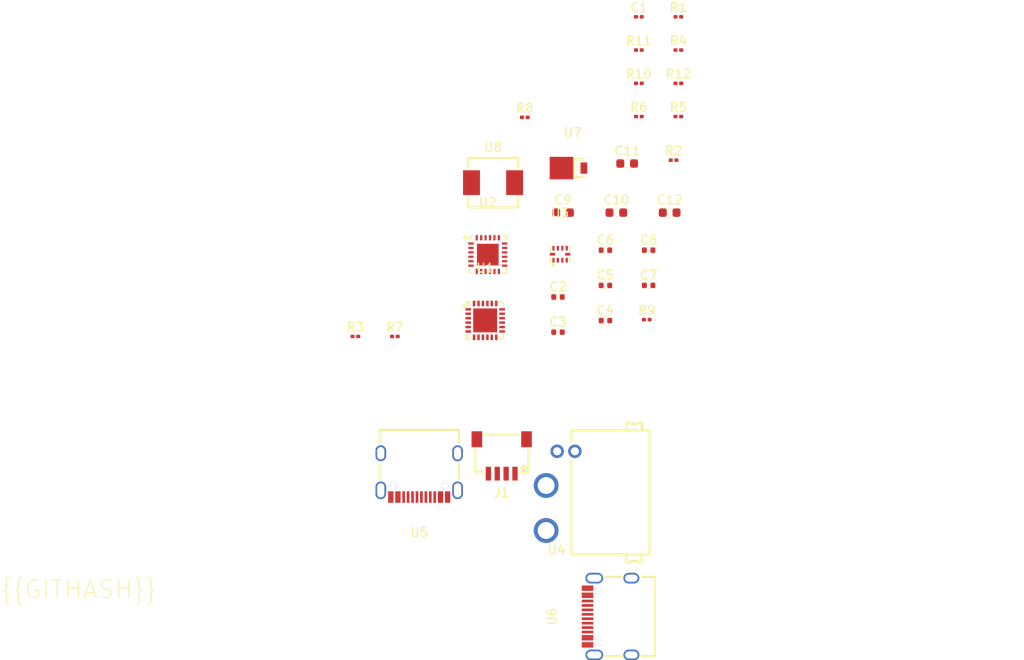
<source format=kicad_pcb>
(kicad_pcb (version 20240108) (generator "pcbnew") (generator_version "8.0")
  (layers (0 "F.Cu" signal) (31 "B.Cu" signal) (34 "B.Paste" user) (35 "F.Paste" user) (36 "B.SilkS" user "B.Silkscreen") (37 "F.SilkS" user "F.Silkscreen") (38 "B.Mask" user) (39 "F.Mask" user) (44 "Edge.Cuts" user))
  (net 0 "")
  (net 1 "ep")
  (net 2 "pb7")
  (net 3 "pc2")
  (net 4 "uc-gnd")
  (net 5 "pb2_slash_tosc2")
  (net 6 "pc5")
  (net 7 "vcc-3")
  (net 8 "pb4")
  (net 9 "pa4")
  (net 10 "scl")
  (net 11 "pa1")
  (net 12 "sda")
  (net 13 "pa7")
  (net 14 "extclk_slash_pa3")
  (net 15 "pc3")
  (net 16 "pb5")
  (net 17 "pa6")
  (net 18 "pc0")
  (net 19 "pa5")
  (net 20 "pc4")
  (net 21 "pc1")
  (net 22 "pb6")
  (net 23 "updi")
  (net 24 "pb3tosc1")
  (net 25 "pa2")
  (net 26 "usb_in-gnd")
  (net 27 "usb_in-vcc")
  (net 28 "usb_in.conn-sbu2")
  (net 29 "usb_in.conn-sbu1")
  (net 30 "usb_in.conn-cc2")
  (net 31 "usb_sw.ic-dp")
  (net 32 "usb_in.conn-sh")
  (net 33 "usb_in.conn-cc1")
  (net 34 "usb_sw.ic-dm")
  (net 35 "usb_out.conn-sh")
  (net 36 "usb_out-gnd")
  (net 37 "usb_out.conn-sbu1")
  (net 38 "usb_out-vcc")
  (net 39 "usb_out.conn-cc1")
  (net 40 "usb_out.conn-cc2")
  (net 41 "usb_out.conn-sbu2")
  (net 42 "usb_sw.ic-vcc")
  (net 43 "usb_sw.ic-gnd")
  (net 44 "oe_hash")
  (net 45 "ts")
  (net 46 "regn")
  (net 47 "gnd")
  (net 48 "int")
  (net 49 "otg")
  (net 50 "btst")
  (net 51 "C4-vcc")
  (net 52 "ce")
  (net 53 "stat")
  (net 54 "vcc-1")
  (net 55 "d_plus")
  (net 56 "pad")
  (net 57 "sw")
  (net 58 "vcc-2")
  (net 59 "vcc-5")
  (net 60 "ilim")
  (net 61 "qon")
  (net 62 "d")
  (net 63 "dsel")
  (net 64 "i2c_conn-vcc")
  (net 65 "i2c_conn-gnd")
  (net 66 "usb_sw.ic-dp-1")
  (net 67 "usb_sw.ic-dm-1")
  (net 68 "p2")
  (net 69 "vcc-4")
  (footprint "lib:C0603" (layer "F.Cu") (at 203.715 72.43)
    (property "Reference" "C9" (at 0 -1.43 0) (layer "F.SilkS"))
    (property "Value" "6.3V 22uF X5R ±20% 0603 Multilayer Ceramic Capacitors MLCC - SMD/SMT ROHS")
    (fp_line (start -0.14058 -0.51) (end 0.14058 -0.51) (stroke (width 0.12)) (layer "F.SilkS"))
    (fp_line (start -0.14058 0.51) (end 0.14058 0.51) (stroke (width 0.12)) (layer "F.SilkS"))
    (pad "1" smd roundrect (at -0.775 0) (size 0.9 0.95) (layers "F.Cu" "F.Paste" "F.Mask") (net 59 "vcc-5"))
    (pad "2" smd roundrect (at 0.775 0) (size 0.9 0.95) (layers "F.Cu" "F.Paste" "F.Mask") (net 47 "gnd"))
  )
  (footprint "lib:C0402" (layer "F.Cu") (at 208.495 84.61)
    (property "Reference" "C4" (at 0 -1.16 0) (layer "F.SilkS"))
    (property "Value" "10V 4.7uF X5R ±20% 0402 Multilayer Ceramic Capacitors MLCC - SMD/SMT ROHS")
    (fp_line (start -0.107836 -0.36) (end 0.107836 -0.36) (stroke (width 0.12)) (layer "F.SilkS"))
    (fp_line (start -0.107836 0.36) (end 0.107836 0.36) (stroke (width 0.12)) (layer "F.SilkS"))
    (pad "1" smd roundrect (at -0.48 0) (size 0.56 0.62) (layers "F.Cu" "F.Paste" "F.Mask") (net 46 "regn"))
    (pad "2" smd roundrect (at 0.48 0) (size 0.56 0.62) (layers "F.Cu" "F.Paste" "F.Mask") (net 47 "gnd"))
  )
  (footprint "lib:CONN-TH_4P-XT30PW-M" (layer "F.Cu") (at 203.4325 103.825 90)
    (property "Reference" "U4" (at -6.675 -0.4325 180) (layer "F.SilkS"))
    (property "Value" "?")
    (fp_line (start 6.83 1.23) (end 5.41 1.23) (stroke (width 0.25)) (layer "F.SilkS"))
    (fp_line (start 6.83 1.23) (end 6.83 10.03) (stroke (width 0.25)) (layer "F.SilkS"))
    (fp_line (start 2.64 1.23) (end 3.39 1.23) (stroke (width 0.25)) (layer "F.SilkS"))
    (fp_line (start 2.64 1.23) (end -7.16 1.23) (stroke (width 0.25)) (layer "F.SilkS"))
    (fp_line (start -7.17 7.42) (end -8.1 7.42) (stroke (width 0.25)) (layer "F.SilkS"))
    (fp_line (start -8.1 7.42) (end -8.1 7.76) (stroke (width 0.25)) (layer "F.SilkS"))
    (fp_line (start 7.75 7.46) (end 7.75 7.81) (stroke (width 0.25)) (layer "F.SilkS"))
    (fp_line (start 6.82 7.46) (end 7.75 7.46) (stroke (width 0.25)) (layer "F.SilkS"))
    (fp_line (start -8.1 7.76) (end -7.9 7.96) (stroke (width 0.25)) (layer "F.SilkS"))
    (fp_line (start 7.75 7.81) (end 7.55 8.01) (stroke (width 0.25)) (layer "F.SilkS"))
    (fp_line (start -7.9 7.96) (end -7.9 8.5) (stroke (width 0.25)) (layer "F.SilkS"))
    (fp_line (start 7.55 8.01) (end 7.55 8.55) (stroke (width 0.25)) (layer "F.SilkS"))
    (fp_line (start -7.9 8.5) (end -7.9 8.67) (stroke (width 0.25)) (layer "F.SilkS"))
    (fp_line (start 7.55 8.55) (end 7.55 8.71) (stroke (width 0.25)) (layer "F.SilkS"))
    (fp_line (start -7.9 8.67) (end -8.1 8.87) (stroke (width 0.25)) (layer "F.SilkS"))
    (fp_line (start 7.55 8.71) (end 7.75 8.91) (stroke (width 0.25)) (layer "F.SilkS"))
    (fp_line (start -8.1 8.87) (end -8.1 9.14) (stroke (width 0.25)) (layer "F.SilkS"))
    (fp_line (start 7.75 8.91) (end 7.75 9.18) (stroke (width 0.25)) (layer "F.SilkS"))
    (fp_line (start -8.1 9.14) (end -7.17 9.14) (stroke (width 0.25)) (layer "F.SilkS"))
    (fp_line (start 7.75 9.18) (end 6.82 9.18) (stroke (width 0.25)) (layer "F.SilkS"))
    (fp_line (start 6.83 10.03) (end -7.17 10.03) (stroke (width 0.25)) (layer "F.SilkS"))
    (fp_line (start -7.17 10.03) (end -7.17 1.23) (stroke (width 0.25)) (layer "F.SilkS"))
    (pad "1" thru_hole circle (at -4.47 -1.62 90) (size 2.8 2.8) (drill 1.900022) (layers "*.Cu" "*.Mask") (net 58 "vcc-2"))
    (pad "2" thru_hole circle (at 0.61 -1.62 90) (size 2.8 2.8) (drill 1.900022) (layers "*.Cu" "*.Mask") (net 47 "gnd"))
    (pad "3" thru_hole circle (at 4.47 -0.38 90) (size 1.52 1.52) (drill 0.9144) (layers "*.Cu" "*.Mask") (net 45 "ts"))
    (pad "4" thru_hole circle (at 4.47 1.62 90) (size 1.52 1.52) (drill 0.9144) (layers "*.Cu" "*.Mask") (net 47 "gnd"))
  )
  (footprint "lib:UQFN-10_L2.0-W1.5-P0.50-BL" (layer "F.Cu") (at 203.385 77.125)
    (property "Reference" "U3" (at 0 -4.68 0) (layer "F.SilkS"))
    (property "Value" "?")
    (fp_line (start -1.1 -0.85) (end -1.07 -0.85) (stroke (width 0.15)) (layer "F.SilkS"))
    (fp_line (start -1.1 -0.33) (end -1.1 -0.85) (stroke (width 0.15)) (layer "F.SilkS"))
    (fp_line (start -1.1 0.85) (end -1.1 0.33) (stroke (width 0.15)) (layer "F.SilkS"))
    (fp_line (start -1.07 0.85) (end -1.1 0.85) (stroke (width 0.15)) (layer "F.SilkS"))
    (fp_line (start 1.07 -0.85) (end 1.1 -0.85) (stroke (width 0.15)) (layer "F.SilkS"))
    (fp_line (start 1.1 -0.85) (end 1.1 -0.33) (stroke (width 0.15)) (layer "F.SilkS"))
    (fp_line (start 1.1 0.33) (end 1.1 0.85) (stroke (width 0.15)) (layer "F.SilkS"))
    (fp_line (start 1.1 0.85) (end 1.07 0.85) (stroke (width 0.15)) (layer "F.SilkS"))
    (fp_circle (center -0.75 1.2) (end -0.68 1.2) (stroke (width 0.15)) (fill none) (layer "F.SilkS"))
    (pad "1" smd rect (at -0.75 0.68) (size 0.25 0.52) (layers "F.Cu" "F.Paste" "F.Mask") (net 55 "d_plus"))
    (pad "2" smd rect (at -0.25 0.68) (size 0.25 0.52) (layers "F.Cu" "F.Paste" "F.Mask") (net 62 "d"))
    (pad "3" smd rect (at 0.25 0.68) (size 0.25 0.52) (layers "F.Cu" "F.Paste" "F.Mask") (net 31 "usb_sw.ic-dp"))
    (pad "4" smd rect (at 0.75 0.68) (size 0.25 0.52) (layers "F.Cu" "F.Paste" "F.Mask") (net 34 "usb_sw.ic-dm"))
    (pad "5" smd rect (at 0.86 0) (size 0.58 0.3) (layers "F.Cu" "F.Paste" "F.Mask") (net 43 "usb_sw.ic-gnd"))
    (pad "6" smd rect (at 0.75 -0.68) (size 0.25 0.52) (layers "F.Cu" "F.Paste" "F.Mask") (net 44 "oe_hash"))
    (pad "7" smd rect (at 0.25 -0.68) (size 0.25 0.52) (layers "F.Cu" "F.Paste" "F.Mask") (net 67 "usb_sw.ic-dm-1"))
    (pad "8" smd rect (at -0.25 -0.68) (size 0.25 0.52) (layers "F.Cu" "F.Paste" "F.Mask") (net 66 "usb_sw.ic-dp-1"))
    (pad "9" smd rect (at -0.75 -0.68) (size 0.25 0.52) (layers "F.Cu" "F.Paste" "F.Mask") (net 63 "dsel"))
    (pad "10" smd rect (at -0.86 0) (size 0.58 0.3) (layers "F.Cu" "F.Paste" "F.Mask") (net 42 "usb_sw.ic-vcc"))
  )
  (footprint "lib:R0201" (layer "F.Cu") (at 184.755 86.4)
    (property "Reference" "R7" (at 0 -1.05 0) (layer "F.SilkS"))
    (property "Value" "50mW Thick Film Resistors 25V ±1% ±200ppm/℃ 10kΩ 0201 Chip Resistor - Surface Mount ROHS")
    (pad "1" smd roundrect (at -0.32 0) (size 0.46 0.4) (layers "F.Cu" "F.Mask") (net 10 "scl"))
    (pad "2" smd roundrect (at 0.32 0) (size 0.46 0.4) (layers "F.Cu" "F.Mask") (net 7 "vcc-3"))
  )
  (footprint "lib:R0201" (layer "F.Cu") (at 216.715 50.34)
    (property "Reference" "R1" (at 0 -1.05 0) (layer "F.SilkS"))
    (property "Value" "50mW Thick Film Resistors 25V ±1% ±200ppm/℃ 120Ω 0201  Chip Resistor - Surface Mount ROHS")
    (pad "1" smd roundrect (at -0.32 0) (size 0.46 0.4) (layers "F.Cu" "F.Mask") (net 60 "ilim"))
    (pad "2" smd roundrect (at 0.32 0) (size 0.46 0.4) (layers "F.Cu" "F.Mask") (net 68 "p2"))
  )
  (footprint "lib:R0201" (layer "F.Cu") (at 180.305 86.4)
    (property "Reference" "R3" (at 0 -1.05 0) (layer "F.SilkS"))
    (property "Value" "50mW Thick Film Resistors 25V ±5% ±200ppm/℃ 30kΩ 0201  Chip Resistor - Surface Mount ROHS")
    (pad "1" smd roundrect (at -0.32 0) (size 0.46 0.4) (layers "F.Cu" "F.Mask") (net 45 "ts"))
    (pad "2" smd roundrect (at 0.32 0) (size 0.46 0.4) (layers "F.Cu" "F.Mask") (net 47 "gnd"))
  )
  (footprint "lib:R0201" (layer "F.Cu") (at 216.715 57.84)
    (property "Reference" "R12" (at 0 -1.05 0) (layer "F.SilkS"))
    (property "Value" "50mW Thick Film Resistors 25V ±1% ±200ppm/℃ 10kΩ 0201 Chip Resistor - Surface Mount ROHS")
    (pad "1" smd roundrect (at -0.32 0) (size 0.46 0.4) (layers "F.Cu" "F.Mask") (net 53 "stat"))
    (pad "2" smd roundrect (at 0.32 0) (size 0.46 0.4) (layers "F.Cu" "F.Mask") (net 7 "vcc-3"))
  )
  (footprint "lib:C0402" (layer "F.Cu") (at 208.495 76.67)
    (property "Reference" "C6" (at 0 -1.16 0) (layer "F.SilkS"))
    (property "Value" "6.3V 10uF X5R ±20% 0402 Multilayer Ceramic Capacitors MLCC - SMD/SMT ROHS")
    (fp_line (start -0.107836 -0.36) (end 0.107836 -0.36) (stroke (width 0.12)) (layer "F.SilkS"))
    (fp_line (start -0.107836 0.36) (end 0.107836 0.36) (stroke (width 0.12)) (layer "F.SilkS"))
    (pad "1" smd roundrect (at -0.48 0) (size 0.56 0.62) (layers "F.Cu" "F.Paste" "F.Mask") (net 7 "vcc-3"))
    (pad "2" smd roundrect (at 0.48 0) (size 0.56 0.62) (layers "F.Cu" "F.Paste" "F.Mask") (net 47 "gnd"))
  )
  (footprint "lib:C0603" (layer "F.Cu") (at 210.945 66.89)
    (property "Reference" "C11" (at 0 -1.43 0) (layer "F.SilkS"))
    (property "Value" "10V 10uF X5R ±10% 0603 Multilayer Ceramic Capacitors MLCC - SMD/SMT ROHS")
    (fp_line (start -0.14058 -0.51) (end 0.14058 -0.51) (stroke (width 0.12)) (layer "F.SilkS"))
    (fp_line (start -0.14058 0.51) (end 0.14058 0.51) (stroke (width 0.12)) (layer "F.SilkS"))
    (pad "1" smd roundrect (at -0.775 0) (size 0.9 0.95) (layers "F.Cu" "F.Paste" "F.Mask") (net 59 "vcc-5"))
    (pad "2" smd roundrect (at 0.775 0) (size 0.9 0.95) (layers "F.Cu" "F.Paste" "F.Mask") (net 47 "gnd"))
  )
  (footprint "lib:IND-SMD_L5.2-W5.2_IHLP2020CZER2R2M11" (layer "F.Cu") (at 195.825 69.05)
    (property "Reference" "U8" (at 0 -4 0) (layer "F.SilkS"))
    (property "Value" "?")
    (fp_line (start -2.79 -2.79) (end 2.79 -2.79) (stroke (width 0.25)) (layer "F.SilkS"))
    (fp_line (start -2.79 -2.23) (end -2.79 -2.79) (stroke (width 0.25)) (layer "F.SilkS"))
    (fp_line (start -2.79 -1.63) (end -2.79 -2.23) (stroke (width 0.25)) (layer "F.SilkS"))
    (fp_line (start -2.79 2.41) (end -2.79 1.63) (stroke (width 0.25)) (layer "F.SilkS"))
    (fp_line (start -2.79 2.79) (end -2.79 2.29) (stroke (width 0.25)) (layer "F.SilkS"))
    (fp_line (start 2.79 -2.79) (end 2.79 -2.29) (stroke (width 0.25)) (layer "F.SilkS"))
    (fp_line (start 2.79 -2.29) (end 2.79 -1.63) (stroke (width 0.25)) (layer "F.SilkS"))
    (fp_line (start 2.79 1.63) (end 2.79 2.23) (stroke (width 0.25)) (layer "F.SilkS"))
    (fp_line (start 2.79 2.23) (end 2.79 2.79) (stroke (width 0.25)) (layer "F.SilkS"))
    (fp_line (start 2.79 2.79) (end -2.79 2.79) (stroke (width 0.25)) (layer "F.SilkS"))
    (pad "1" smd rect (at -2.43 0) (size 1.91 2.8) (layers "F.Cu" "F.Paste" "F.Mask") (net 57 "sw"))
    (pad "2" smd rect (at 2.43 0) (size 1.91 2.8) (layers "F.Cu" "F.Paste" "F.Mask") (net 7 "vcc-3"))
  )
  (footprint "lib:C0402" (layer "F.Cu") (at 208.495 80.64)
    (property "Reference" "C5" (at 0 -1.16 0) (layer "F.SilkS"))
    (property "Value" "50V 47nF X7R ±10% 0402  Multilayer Ceramic Capacitors MLCC - SMD/SMT ROHS")
    (fp_line (start -0.107836 -0.36) (end 0.107836 -0.36) (stroke (width 0.12)) (layer "F.SilkS"))
    (fp_line (start -0.107836 0.36) (end 0.107836 0.36) (stroke (width 0.12)) (layer "F.SilkS"))
    (pad "1" smd roundrect (at -0.48 0) (size 0.56 0.62) (layers "F.Cu" "F.Paste" "F.Mask") (net 51 "C4-vcc"))
    (pad "2" smd roundrect (at 0.48 0) (size 0.56 0.62) (layers "F.Cu" "F.Paste" "F.Mask") (net 57 "sw"))
  )
  (footprint "lib:R0201" (layer "F.Cu") (at 213.155 84.5)
    (property "Reference" "R9" (at 0 -1.05 0) (layer "F.SilkS"))
    (property "Value" "50mW Thick Film Resistors 25V ±1% ±200ppm/℃ 750Ω 0201  Chip Resistor - Surface Mount ROHS")
    (pad "1" smd roundrect (at -0.32 0) (size 0.46 0.4) (layers "F.Cu" "F.Mask") (net 68 "p2"))
    (pad "2" smd roundrect (at 0.32 0) (size 0.46 0.4) (layers "F.Cu" "F.Mask") (net 47 "gnd"))
  )
  (footprint "lib:C0402" (layer "F.Cu") (at 213.365 76.67)
    (property "Reference" "C8" (at 0 -1.16 0) (layer "F.SilkS"))
    (property "Value" "6.3V 10uF X5R ±20% 0402 Multilayer Ceramic Capacitors MLCC - SMD/SMT ROHS")
    (fp_line (start -0.107836 -0.36) (end 0.107836 -0.36) (stroke (width 0.12)) (layer "F.SilkS"))
    (fp_line (start -0.107836 0.36) (end 0.107836 0.36) (stroke (width 0.12)) (layer "F.SilkS"))
    (pad "1" smd roundrect (at -0.48 0) (size 0.56 0.62) (layers "F.Cu" "F.Paste" "F.Mask") (net 58 "vcc-2"))
    (pad "2" smd roundrect (at 0.48 0) (size 0.56 0.62) (layers "F.Cu" "F.Paste" "F.Mask") (net 47 "gnd"))
  )
  (footprint "lib:R0201" (layer "F.Cu") (at 216.715 61.59)
    (property "Reference" "R5" (at 0 -1.05 0) (layer "F.SilkS"))
    (property "Value" "50mW Thick Film Resistors 25V ±1% ±200ppm/℃ 10kΩ 0201 Chip Resistor - Surface Mount ROHS")
    (pad "1" smd roundrect (at -0.32 0) (size 0.46 0.4) (layers "F.Cu" "F.Mask") (net 49 "otg"))
    (pad "2" smd roundrect (at 0.32 0) (size 0.46 0.4) (layers "F.Cu" "F.Mask") (net 7 "vcc-3"))
  )
  (footprint "lib:C0402" (layer "F.Cu") (at 213.365 80.64)
    (property "Reference" "C7" (at 0 -1.16 0) (layer "F.SilkS"))
    (property "Value" "6.3V 10uF X5R ±20% 0402 Multilayer Ceramic Capacitors MLCC - SMD/SMT ROHS")
    (fp_line (start -0.107836 -0.36) (end 0.107836 -0.36) (stroke (width 0.12)) (layer "F.SilkS"))
    (fp_line (start -0.107836 0.36) (end 0.107836 0.36) (stroke (width 0.12)) (layer "F.SilkS"))
    (pad "1" smd roundrect (at -0.48 0) (size 0.56 0.62) (layers "F.Cu" "F.Paste" "F.Mask") (net 7 "vcc-3"))
    (pad "2" smd roundrect (at 0.48 0) (size 0.56 0.62) (layers "F.Cu" "F.Paste" "F.Mask") (net 47 "gnd"))
  )
  (footprint "lib:R0201" (layer "F.Cu") (at 216.715 54.09)
    (property "Reference" "R4" (at 0 -1.05 0) (layer "F.SilkS"))
    (property "Value" "50mW Thick Film Resistors 25V ±1% ±200ppm/℃ 10kΩ 0201 Chip Resistor - Surface Mount ROHS")
    (pad "1" smd roundrect (at -0.32 0) (size 0.46 0.4) (layers "F.Cu" "F.Mask") (net 48 "int"))
    (pad "2" smd roundrect (at 0.32 0) (size 0.46 0.4) (layers "F.Cu" "F.Mask") (net 7 "vcc-3"))
  )
  (footprint "lib:C0603" (layer "F.Cu") (at 215.735 72.43)
    (property "Reference" "C12" (at 0 -1.43 0) (layer "F.SilkS"))
    (property "Value" "10V 10uF X5R ±10% 0603 Multilayer Ceramic Capacitors MLCC - SMD/SMT ROHS")
    (fp_line (start -0.14058 -0.51) (end 0.14058 -0.51) (stroke (width 0.12)) (layer "F.SilkS"))
    (fp_line (start -0.14058 0.51) (end 0.14058 0.51) (stroke (width 0.12)) (layer "F.SilkS"))
    (pad "1" smd roundrect (at -0.775 0) (size 0.9 0.95) (layers "F.Cu" "F.Paste" "F.Mask") (net 59 "vcc-5"))
    (pad "2" smd roundrect (at 0.775 0) (size 0.9 0.95) (layers "F.Cu" "F.Paste" "F.Mask") (net 47 "gnd"))
  )
  (footprint "lib:CONN-SMD_4P-P1.00_SM04B-SRSS-TB-LF-SN" (layer "F.Cu") (at 196.8 99.94 180)
    (property "Reference" "J1" (at 0 -4.06 360) (layer "F.SilkS"))
    (property "Value" "?")
    (fp_line (start 2.96 -1.8) (end 2.96 0.81) (stroke (width 0.25)) (layer "F.SilkS"))
    (fp_line (start 2.04 -1.8) (end 2.96 -1.8) (stroke (width 0.25)) (layer "F.SilkS"))
    (fp_line (start -1.94 -1.8) (end -3.02 -1.8) (stroke (width 0.25)) (layer "F.SilkS"))
    (fp_line (start -2.02 2.46) (end 1.88 2.46) (stroke (width 0.25)) (layer "F.SilkS"))
    (fp_line (start -3.02 -1.8) (end -3.02 0.8) (stroke (width 0.25)) (layer "F.SilkS"))
    (fp_circle (center -2.5 -1.31) (end -2.38 -1.31) (stroke (width 0.25)) (fill none) (layer "F.SilkS"))
    (pad "1" smd rect (at -1.5 -1.94 180) (size 0.6 1.55) (layers "F.Cu" "F.Paste" "F.Mask") (net 65 "i2c_conn-gnd"))
    (pad "2" smd rect (at -0.5 -1.94 180) (size 0.6 1.55) (layers "F.Cu" "F.Paste" "F.Mask") (net 64 "i2c_conn-vcc"))
    (pad "3" smd rect (at 0.5 -1.94 180) (size 0.6 1.55) (layers "F.Cu" "F.Paste" "F.Mask") (net 12 "sda"))
    (pad "4" smd rect (at 1.5 -1.94 180) (size 0.6 1.55) (layers "F.Cu" "F.Paste" "F.Mask") (net 10 "scl"))
    (pad "5" smd rect (at 2.8 1.94 180) (size 1.2 1.8) (layers "F.Cu" "F.Paste" "F.Mask"))
    (pad "6" smd rect (at -2.8 1.94 180) (size 1.2 1.8) (layers "F.Cu" "F.Paste" "F.Mask"))
  )
  (footprint "lib:C0402" (layer "F.Cu") (at 203.145 81.95)
    (property "Reference" "C2" (at 0 -1.16 0) (layer "F.SilkS"))
    (property "Value" "25V 1uF X5R ±10% 0402 Multilayer Ceramic Capacitors MLCC - SMD/SMT ROHS")
    (fp_line (start -0.107836 -0.36) (end 0.107836 -0.36) (stroke (width 0.12)) (layer "F.SilkS"))
    (fp_line (start -0.107836 0.36) (end 0.107836 0.36) (stroke (width 0.12)) (layer "F.SilkS"))
    (pad "1" smd roundrect (at -0.48 0) (size 0.56 0.62) (layers "F.Cu" "F.Paste" "F.Mask") (net 54 "vcc-1"))
    (pad "2" smd roundrect (at 0.48 0) (size 0.56 0.62) (layers "F.Cu" "F.Paste" "F.Mask") (net 47 "gnd"))
  )
  (footprint "lib:C0402" (layer "F.Cu") (at 203.145 85.92)
    (property "Reference" "C3" (at 0 -1.16 0) (layer "F.SilkS"))
    (property "Value" "6.3V 10uF X5R ±20% 0402 Multilayer Ceramic Capacitors MLCC - SMD/SMT ROHS")
    (fp_line (start -0.107836 -0.36) (end 0.107836 -0.36) (stroke (width 0.12)) (layer "F.SilkS"))
    (fp_line (start -0.107836 0.36) (end 0.107836 0.36) (stroke (width 0.12)) (layer "F.SilkS"))
    (pad "1" smd roundrect (at -0.48 0) (size 0.56 0.62) (layers "F.Cu" "F.Paste" "F.Mask") (net 59 "vcc-5"))
    (pad "2" smd roundrect (at 0.48 0) (size 0.56 0.62) (layers "F.Cu" "F.Paste" "F.Mask") (net 47 "gnd"))
  )
  (footprint "lib:C0603" (layer "F.Cu") (at 209.725 72.43)
    (property "Reference" "C10" (at 0 -1.43 0) (layer "F.SilkS"))
    (property "Value" "10V 10uF X5R ±10% 0603 Multilayer Ceramic Capacitors MLCC - SMD/SMT ROHS")
    (fp_line (start -0.14058 -0.51) (end 0.14058 -0.51) (stroke (width 0.12)) (layer "F.SilkS"))
    (fp_line (start -0.14058 0.51) (end 0.14058 0.51) (stroke (width 0.12)) (layer "F.SilkS"))
    (pad "1" smd roundrect (at -0.775 0) (size 0.9 0.95) (layers "F.Cu" "F.Paste" "F.Mask") (net 59 "vcc-5"))
    (pad "2" smd roundrect (at 0.775 0) (size 0.9 0.95) (layers "F.Cu" "F.Paste" "F.Mask") (net 47 "gnd"))
  )
  (footprint "lib:R0201" (layer "F.Cu") (at 212.265 57.84)
    (property "Reference" "R10" (at 0 -1.05 0) (layer "F.SilkS"))
    (property "Value" "50mW Thick Film Resistors 25V ±1% ±200ppm/℃ 10kΩ 0201 Chip Resistor - Surface Mount ROHS")
    (pad "1" smd roundrect (at -0.32 0) (size 0.46 0.4) (layers "F.Cu" "F.Mask") (net 63 "dsel"))
    (pad "2" smd roundrect (at 0.32 0) (size 0.46 0.4) (layers "F.Cu" "F.Mask") (net 69 "vcc-4"))
  )
  (footprint "lib:VQFN-24_L4.0-W4.0-P0.50-TL-EP2.5" (layer "F.Cu") (at 195.235 77.165)
    (property "Reference" "U2" (at 0 -5.9 0) (layer "F.SilkS"))
    (property "Value" "?")
    (fp_line (start -2.1 -2.1) (end -1.7 -2.1) (stroke (width 0.15)) (layer "F.SilkS"))
    (fp_line (start -2.1 -1.7) (end -2.1 -2.1) (stroke (width 0.15)) (layer "F.SilkS"))
    (fp_line (start -2.1 1.7) (end -2.1 2.1) (stroke (width 0.15)) (layer "F.SilkS"))
    (fp_line (start -2.1 2.1) (end -1.7 2.1) (stroke (width 0.15)) (layer "F.SilkS"))
    (fp_line (start 1.7 -2.1) (end 2.1 -2.1) (stroke (width 0.15)) (layer "F.SilkS"))
    (fp_line (start 2.1 -2.1) (end 2.1 -1.7) (stroke (width 0.15)) (layer "F.SilkS"))
    (fp_line (start 2.1 1.6) (end 2.1 2.1) (stroke (width 0.15)) (layer "F.SilkS"))
    (fp_line (start 2.1 2.1) (end 1.7 2.1) (stroke (width 0.15)) (layer "F.SilkS"))
    (fp_circle (center -2.54 -1.91) (end -2.41 -1.91) (stroke (width 0.25)) (fill none) (layer "F.SilkS"))
    (pad "1" smd rect (at -1.9 -1.25) (size 0.6 0.25) (layers "F.Cu" "F.Paste" "F.Mask") (net 25 "pa2"))
    (pad "2" smd rect (at -1.9 -0.75) (size 0.6 0.25) (layers "F.Cu" "F.Paste" "F.Mask") (net 14 "extclk_slash_pa3"))
    (pad "3" smd rect (at -1.9 -0.25) (size 0.6 0.25) (layers "F.Cu" "F.Paste" "F.Mask") (net 4 "uc-gnd"))
    (pad "4" smd rect (at -1.9 0.25) (size 0.6 0.25) (layers "F.Cu" "F.Paste" "F.Mask") (net 7 "vcc-3"))
    (pad "5" smd rect (at -1.9 0.75) (size 0.6 0.25) (layers "F.Cu" "F.Paste" "F.Mask") (net 9 "pa4"))
    (pad "6" smd rect (at -1.9 1.25) (size 0.6 0.25) (layers "F.Cu" "F.Paste" "F.Mask") (net 19 "pa5"))
    (pad "7" smd rect (at -1.25 1.9) (size 0.25 0.6) (layers "F.Cu" "F.Paste" "F.Mask") (net 17 "pa6"))
    (pad "8" smd rect (at -0.75 1.9) (size 0.25 0.6) (layers "F.Cu" "F.Paste" "F.Mask") (net 13 "pa7"))
    (pad "9" smd rect (at -0.25 1.9) (size 0.25 0.6) (layers "F.Cu" "F.Paste" "F.Mask") (net 2 "pb7"))
    (pad "10" smd rect (at 0.25 1.9) (size 0.25 0.6) (layers "F.Cu" "F.Paste" "F.Mask") (net 22 "pb6"))
    (pad "11" smd rect (at 0.75 1.9) (size 0.25 0.6) (layers "F.Cu" "F.Paste" "F.Mask") (net 16 "pb5"))
    (pad "12" smd rect (at 1.25 1.9) (size 0.25 0.6) (layers "F.Cu" "F.Paste" "F.Mask") (net 8 "pb4"))
    (pad "13" smd rect (at 1.9 1.25) (size 0.6 0.25) (layers "F.Cu" "F.Paste" "F.Mask") (net 24 "pb3tosc1"))
    (pad "14" smd rect (at 1.9 0.75) (size 0.6 0.25) (layers "F.Cu" "F.Paste" "F.Mask") (net 5 "pb2_slash_tosc2"))
    (pad "15" smd rect (at 1.9 0.25) (size 0.6 0.25) (layers "F.Cu" "F.Paste" "F.Mask") (net 12 "sda"))
    (pad "16" smd rect (at 1.9 -0.25) (size 0.6 0.25) (layers "F.Cu" "F.Paste" "F.Mask") (net 10 "scl"))
    (pad "17" smd rect (at 1.9 -0.75) (size 0.6 0.25) (layers "F.Cu" "F.Paste" "F.Mask") (net 18 "pc0"))
    (pad "18" smd rect (at 1.9 -1.25) (size 0.6 0.25) (layers "F.Cu" "F.Paste" "F.Mask") (net 21 "pc1"))
    (pad "19" smd rect (at 1.25 -1.9) (size 0.25 0.6) (layers "F.Cu" "F.Paste" "F.Mask") (net 3 "pc2"))
    (pad "20" smd rect (at 0.75 -1.9) (size 0.25 0.6) (layers "F.Cu" "F.Paste" "F.Mask") (net 15 "pc3"))
    (pad "21" smd rect (at 0.25 -1.9) (size 0.25 0.6) (layers "F.Cu" "F.Paste" "F.Mask") (net 20 "pc4"))
    (pad "22" smd rect (at -0.25 -1.9) (size 0.25 0.6) (layers "F.Cu" "F.Paste" "F.Mask") (net 6 "pc5"))
    (pad "23" smd rect (at -0.75 -1.9) (size 0.25 0.6) (layers "F.Cu" "F.Paste" "F.Mask") (net 23 "updi"))
    (pad "24" smd rect (at -1.25 -1.9) (size 0.25 0.6) (layers "F.Cu" "F.Paste" "F.Mask") (net 11 "pa1"))
    (pad "25" smd rect (at 0 0) (size 2.45 2.45) (layers "F.Cu" "F.Paste" "F.Mask") (net 1 "ep"))
  )
  (footprint "lib:R0201" (layer "F.Cu") (at 199.405 61.68)
    (property "Reference" "R8" (at 0 -1.05 0) (layer "F.SilkS"))
    (property "Value" "50mW Thick Film Resistors 25V ±1% ±200ppm/℃ 10kΩ 0201 Chip Resistor - Surface Mount ROHS")
    (pad "1" smd roundrect (at -0.32 0) (size 0.46 0.4) (layers "F.Cu" "F.Mask") (net 12 "sda"))
    (pad "2" smd roundrect (at 0.32 0) (size 0.46 0.4) (layers "F.Cu" "F.Mask") (net 7 "vcc-3"))
  )
  (footprint "lib:QFN-24_L4.0-W4.0-P0.50-TL-EP2.7" (layer "F.Cu") (at 194.935 84.59)
    (property "Reference" "U1" (at 0 -5.91 0) (layer "F.SilkS"))
    (property "Value" "?")
    (fp_line (start -2.08 -2.08) (end -2.08 -1.58) (stroke (width 0.15)) (layer "F.SilkS"))
    (fp_line (start -2.08 2.08) (end -2.08 1.58) (stroke (width 0.15)) (layer "F.SilkS"))
    (fp_line (start -1.71 -2.08) (end -2.08 -1.71) (stroke (width 0.15)) (layer "F.SilkS"))
    (fp_line (start -1.58 -2.08) (end -2.08 -2.08) (stroke (width 0.15)) (layer "F.SilkS"))
    (fp_line (start -1.58 -2.08) (end -1.71 -2.08) (stroke (width 0.15)) (layer "F.SilkS"))
    (fp_line (start -1.58 2.08) (end -2.08 2.08) (stroke (width 0.15)) (layer "F.SilkS"))
    (fp_line (start 1.58 -2.08) (end 2.08 -2.08) (stroke (width 0.15)) (layer "F.SilkS"))
    (fp_line (start 1.58 2.08) (end 2.08 2.08) (stroke (width 0.15)) (layer "F.SilkS"))
    (fp_line (start 2.08 -2.08) (end 2.08 -1.58) (stroke (width 0.15)) (layer "F.SilkS"))
    (fp_line (start 2.08 2.08) (end 2.08 1.58) (stroke (width 0.15)) (layer "F.SilkS"))
    (fp_circle (center -2.35 -1.65) (end -2.28 -1.65) (stroke (width 0.15)) (fill none) (layer "F.SilkS"))
    (pad "1" smd rect (at -1.91 -1.25) (size 0.63 0.28) (layers "F.Cu" "F.Paste" "F.Mask") (net 54 "vcc-1"))
    (pad "2" smd rect (at -1.91 -0.75) (size 0.63 0.28) (layers "F.Cu" "F.Paste" "F.Mask") (net 55 "d_plus"))
    (pad "3" smd rect (at -1.91 -0.25) (size 0.63 0.28) (layers "F.Cu" "F.Paste" "F.Mask") (net 62 "d"))
    (pad "4" smd rect (at -1.91 0.25) (size 0.63 0.28) (layers "F.Cu" "F.Paste" "F.Mask") (net 53 "stat"))
    (pad "5" smd rect (at -1.91 0.75) (size 0.63 0.28) (layers "F.Cu" "F.Paste" "F.Mask") (net 10 "scl"))
    (pad "6" smd rect (at -1.91 1.25) (size 0.63 0.28) (layers "F.Cu" "F.Paste" "F.Mask") (net 12 "sda"))
    (pad "7" smd rect (at -1.25 1.91) (size 0.28 0.63) (layers "F.Cu" "F.Paste" "F.Mask") (net 48 "int"))
    (pad "8" smd rect (at -0.75 1.91) (size 0.28 0.63) (layers "F.Cu" "F.Paste" "F.Mask") (net 49 "otg"))
    (pad "9" smd rect (at -0.25 1.91) (size 0.28 0.63) (layers "F.Cu" "F.Paste" "F.Mask") (net 52 "ce"))
    (pad "10" smd rect (at 0.25 1.91) (size 0.28 0.63) (layers "F.Cu" "F.Paste" "F.Mask") (net 60 "ilim"))
    (pad "11" smd rect (at 0.75 1.91) (size 0.28 0.63) (layers "F.Cu" "F.Paste" "F.Mask") (net 45 "ts"))
    (pad "12" smd rect (at 1.25 1.91) (size 0.28 0.63) (layers "F.Cu" "F.Paste" "F.Mask") (net 61 "qon"))
    (pad "13" smd rect (at 1.91 1.25) (size 0.63 0.28) (layers "F.Cu" "F.Paste" "F.Mask") (net 58 "vcc-2"))
    (pad "14" smd rect (at 1.91 0.75) (size 0.63 0.28) (layers "F.Cu" "F.Paste" "F.Mask") (net 58 "vcc-2"))
    (pad "15" smd rect (at 1.91 0.25) (size 0.63 0.28) (layers "F.Cu" "F.Paste" "F.Mask") (net 7 "vcc-3"))
    (pad "16" smd rect (at 1.91 -0.25) (size 0.63 0.28) (layers "F.Cu" "F.Paste" "F.Mask") (net 7 "vcc-3"))
    (pad "17" smd rect (at 1.91 -0.75) (size 0.63 0.28) (layers "F.Cu" "F.Paste" "F.Mask") (net 47 "gnd"))
    (pad "18" smd rect (at 1.91 -1.25) (size 0.63 0.28) (layers "F.Cu" "F.Paste" "F.Mask") (net 47 "gnd"))
    (pad "19" smd rect (at 1.25 -1.91) (size 0.28 0.63) (layers "F.Cu" "F.Paste" "F.Mask") (net 57 "sw"))
    (pad "20" smd rect (at 0.75 -1.91) (size 0.28 0.63) (layers "F.Cu" "F.Paste" "F.Mask") (net 57 "sw"))
    (pad "21" smd rect (at 0.25 -1.91) (size 0.28 0.63) (layers "F.Cu" "F.Paste" "F.Mask") (net 50 "btst"))
    (pad "22" smd rect (at -0.25 -1.91) (size 0.28 0.63) (layers "F.Cu" "F.Paste" "F.Mask") (net 46 "regn"))
    (pad "23" smd rect (at -0.75 -1.91) (size 0.28 0.63) (layers "F.Cu" "F.Paste" "F.Mask") (net 59 "vcc-5"))
    (pad "24" smd rect (at -1.25 -1.91) (size 0.28 0.63) (layers "F.Cu" "F.Paste" "F.Mask") (net 63 "dsel"))
    (pad "25" smd rect (at 0 0) (size 2.7 2.7) (layers "F.Cu" "F.Paste" "F.Mask") (net 56 "pad"))
  )
  (footprint "lib:USB-C_SMD-TYPE-C-31-M-12" (layer "F.Cu") (at 187.5 102.0525 180)
    (property "Reference" "U5" (at 0 -6.47 360) (layer "F.SilkS"))
    (property "Value" "?")
    (fp_line (start 4.47 5.1) (end 4.47 3.62) (stroke (width 0.25)) (layer "F.SilkS"))
    (fp_line (start 4.47 5.1) (end -4.47 5.1) (stroke (width 0.25)) (layer "F.SilkS"))
    (fp_line (start 4.47 1.38) (end 4.47 -0.48) (stroke (width 0.25)) (layer "F.SilkS"))
    (fp_line (start -4.47 5.1) (end -4.47 3.62) (stroke (width 0.25)) (layer "F.SilkS"))
    (fp_line (start -4.47 1.38) (end -4.47 -0.48) (stroke (width 0.25)) (layer "F.SilkS"))
    (pad "" thru_hole circle (at -2.9 -1.21 180) (size 0.75 0.75) (drill 0.75) (layers "*.Cu" "*.Mask"))
    (pad "" thru_hole circle (at 2.9 -1.21 180) (size 0.75 0.75) (drill 0.75) (layers "*.Cu" "*.Mask"))
    (pad "0" thru_hole oval (at -4.33 -1.71 180) (size 1.2 2) (drill oval 0.799998 1.600022) (layers "*.Cu" "*.Mask") (net 32 "usb_in.conn-sh"))
    (pad "1" thru_hole oval (at 4.33 -1.71 180) (size 1.2 2) (drill oval 0.799998 1.599971) (layers "*.Cu" "*.Mask"))
    (pad "2" thru_hole oval (at 4.33 2.47 180) (size 1.2 1.8) (drill oval 0.799998 1.399997) (layers "*.Cu" "*.Mask"))
    (pad "3" thru_hole oval (at -4.33 2.47 180) (size 1.2 1.8) (drill oval 0.799998 1.399997) (layers "*.Cu" "*.Mask"))
    (pad "A1" smd rect (at -3.35 -2.47 180) (size 0.3 1.3) (layers "F.Cu" "F.Paste" "F.Mask") (net 26 "usb_in-gnd"))
    (pad "A4" smd rect (at -2.55 -2.47 180) (size 0.3 1.3) (layers "F.Cu" "F.Paste" "F.Mask") (net 27 "usb_in-vcc"))
    (pad "A5" smd rect (at -1.25 -2.47 180) (size 0.3 1.3) (layers "F.Cu" "F.Paste" "F.Mask") (net 33 "usb_in.conn-cc1"))
    (pad "A6" smd rect (at -0.25 -2.47 180) (size 0.3 1.3) (layers "F.Cu" "F.Paste" "F.Mask") (net 66 "usb_sw.ic-dp-1"))
    (pad "A7" smd rect (at 0.25 -2.47 180) (size 0.3 1.3) (layers "F.Cu" "F.Paste" "F.Mask") (net 67 "usb_sw.ic-dm-1"))
    (pad "A8" smd rect (at 1.25 -2.47 180) (size 0.3 1.3) (layers "F.Cu" "F.Paste" "F.Mask") (net 29 "usb_in.conn-sbu1"))
    (pad "A9" smd rect (at 2.55 -2.47 180) (size 0.3 1.3) (layers "F.Cu" "F.Paste" "F.Mask") (net 27 "usb_in-vcc"))
    (pad "A12" smd rect (at 3.35 -2.47 180) (size 0.3 1.3) (layers "F.Cu" "F.Paste" "F.Mask") (net 26 "usb_in-gnd"))
    (pad "B1" smd rect (at 3.05 -2.47 180) (size 0.3 1.3) (layers "F.Cu" "F.Paste" "F.Mask") (net 26 "usb_in-gnd"))
    (pad "B4" smd rect (at 2.25 -2.47 180) (size 0.3 1.3) (layers "F.Cu" "F.Paste" "F.Mask") (net 27 "usb_in-vcc"))
    (pad "B5" smd rect (at 1.75 -2.47 180) (size 0.3 1.3) (layers "F.Cu" "F.Paste" "F.Mask") (net 30 "usb_in.conn-cc2"))
    (pad "B6" smd rect (at 0.75 -2.47 180) (size 0.3 1.3) (layers "F.Cu" "F.Paste" "F.Mask") (net 66 "usb_sw.ic-dp-1"))
    (pad "B7" smd rect (at -0.75 -2.47 180) (size 0.3 1.3) (layers "F.Cu" "F.Paste" "F.Mask") (net 67 "usb_sw.ic-dm-1"))
    (pad "B8" smd rect (at -1.75 -2.47 180) (size 0.3 1.3) (layers "F.Cu" "F.Paste" "F.Mask") (net 28 "usb_in.conn-sbu2"))
    (pad "B9" smd rect (at -2.25 -2.47 180) (size 0.3 1.3) (layers "F.Cu" "F.Paste" "F.Mask") (net 27 "usb_in-vcc"))
    (pad "B12" smd rect (at -3.05 -2.47 180) (size 0.3 1.3) (layers "F.Cu" "F.Paste" "F.Mask") (net 26 "usb_in-gnd"))
  )
  (footprint "lib:R0201" (layer "F.Cu") (at 212.265 54.09)
    (property "Reference" "R11" (at 0 -1.05 0) (layer "F.SilkS"))
    (property "Value" "50mW Thick Film Resistors 25V ±1% ±200ppm/℃ 10kΩ 0201 Chip Resistor - Surface Mount ROHS")
    (pad "1" smd roundrect (at -0.32 0) (size 0.46 0.4) (layers "F.Cu" "F.Mask") (net 52 "ce"))
    (pad "2" smd roundrect (at 0.32 0) (size 0.46 0.4) (layers "F.Cu" "F.Mask") (net 47 "gnd"))
  )
  (footprint "lib:DO-220AA_L3.4-W2.0-LS3.9-RD" (layer "F.Cu") (at 204.805 67.405)
    (property "Reference" "U7" (at 0 -4 0) (layer "F.SilkS"))
    (property "Value" "?")
    (fp_line (start 0.3 -1) (end 0.3 1) (stroke (width 0.25)) (layer "F.SilkS"))
    (fp_line (start 1.2 -1) (end 0.31 -1) (stroke (width 0.25)) (layer "F.SilkS"))
    (fp_line (start 1.2 -1) (end 1.2 -0.87) (stroke (width 0.25)) (layer "F.SilkS"))
    (fp_line (start 1.2 1) (end 0.31 1) (stroke (width 0.25)) (layer "F.SilkS"))
    (fp_line (start 1.2 1) (end 1.2 0.87) (stroke (width 0.25)) (layer "F.SilkS"))
    (pad "1" smd rect (at -1.26 0) (size 2.67 2.54) (layers "F.Cu" "F.Paste" "F.Mask") (net 57 "sw"))
    (pad "2" smd rect (at 1.26 0) (size 0.76 1.27) (layers "F.Cu" "F.Paste" "F.Mask") (net 59 "vcc-5"))
  )
  (footprint "lib:R0201" (layer "F.Cu") (at 216.175 66.51)
    (property "Reference" "R2" (at 0 -1.05 0) (layer "F.SilkS"))
    (property "Value" "50mW Thick Film Resistors 25V ±1% ±200ppm/℃ 5.1kΩ 0201  Chip Resistor - Surface Mount ROHS")
    (pad "1" smd roundrect (at -0.32 0) (size 0.46 0.4) (layers "F.Cu" "F.Mask") (net 46 "regn"))
    (pad "2" smd roundrect (at 0.32 0) (size 0.46 0.4) (layers "F.Cu" "F.Mask") (net 45 "ts"))
  )
  (footprint "lib:R0201" (layer "F.Cu") (at 212.265 61.59)
    (property "Reference" "R6" (at 0 -1.05 0) (layer "F.SilkS"))
    (property "Value" "50mW Thick Film Resistors 25V ±5% 0Ω 0201 Chip Resistor - Surface Mount ROHS")
    (pad "1" smd roundrect (at -0.32 0) (size 0.46 0.4) (layers "F.Cu" "F.Mask") (net 50 "btst"))
    (pad "2" smd roundrect (at 0.32 0) (size 0.46 0.4) (layers "F.Cu" "F.Mask") (net 51 "C4-vcc"))
  )
  (footprint "lib:C0201" (layer "F.Cu") (at 212.265 50.34)
    (property "Reference" "C1" (at 0 -1.05 0) (layer "F.SilkS"))
    (property "Value" "10V 100nF X5R ±10% 0201 Multilayer Ceramic Capacitors MLCC - SMD/SMT ROHS")
    (pad "1" smd roundrect (at -0.32 0) (size 0.46 0.4) (layers "F.Cu" "F.Mask") (net 7 "vcc-3"))
    (pad "2" smd roundrect (at 0.32 0) (size 0.46 0.4) (layers "F.Cu" "F.Mask") (net 47 "gnd"))
  )
  (footprint "lib:USB-C_SMD-TYPE-C-31-M-12" (layer "F.Cu") (at 208.9475 118 90)
    (property "Reference" "U6" (at 0 -6.47 90) (layer "F.SilkS"))
    (property "Value" "?")
    (fp_line (start 4.47 1.38) (end 4.47 -0.48) (stroke (width 0.25)) (layer "F.SilkS"))
    (fp_line (start -4.47 1.38) (end -4.47 -0.48) (stroke (width 0.25)) (layer "F.SilkS"))
    (fp_line (start 4.47 5.1) (end 4.47 3.62) (stroke (width 0.25)) (layer "F.SilkS"))
    (fp_line (start 4.47 5.1) (end -4.47 5.1) (stroke (width 0.25)) (layer "F.SilkS"))
    (fp_line (start -4.47 5.1) (end -4.47 3.62) (stroke (width 0.25)) (layer "F.SilkS"))
    (pad "" thru_hole circle (at -2.9 -1.21 90) (size 0.75 0.75) (drill 0.75) (layers "*.Cu" "*.Mask"))
    (pad "" thru_hole circle (at 2.9 -1.21 90) (size 0.75 0.75) (drill 0.75) (layers "*.Cu" "*.Mask"))
    (pad "0" thru_hole oval (at -4.33 -1.71 90) (size 1.2 2) (drill oval 0.799998 1.600022) (layers "*.Cu" "*.Mask") (net 35 "usb_out.conn-sh"))
    (pad "1" thru_hole oval (at 4.33 -1.71 90) (size 1.2 2) (drill oval 0.799998 1.599971) (layers "*.Cu" "*.Mask"))
    (pad "2" thru_hole oval (at 4.33 2.47 90) (size 1.2 1.8) (drill oval 0.799998 1.399997) (layers "*.Cu" "*.Mask"))
    (pad "3" thru_hole oval (at -4.33 2.47 90) (size 1.2 1.8) (drill oval 0.799998 1.399997) (layers "*.Cu" "*.Mask"))
    (pad "A1" smd rect (at -3.35 -2.47 90) (size 0.3 1.3) (layers "F.Cu" "F.Paste" "F.Mask") (net 36 "usb_out-gnd"))
    (pad "A4" smd rect (at -2.55 -2.47 90) (size 0.3 1.3) (layers "F.Cu" "F.Paste" "F.Mask") (net 38 "usb_out-vcc"))
    (pad "A5" smd rect (at -1.25 -2.47 90) (size 0.3 1.3) (layers "F.Cu" "F.Paste" "F.Mask") (net 39 "usb_out.conn-cc1"))
    (pad "A6" smd rect (at -0.25 -2.47 90) (size 0.3 1.3) (layers "F.Cu" "F.Paste" "F.Mask") (net 31 "usb_sw.ic-dp"))
    (pad "A7" smd rect (at 0.25 -2.47 90) (size 0.3 1.3) (layers "F.Cu" "F.Paste" "F.Mask") (net 34 "usb_sw.ic-dm"))
    (pad "A8" smd rect (at 1.25 -2.47 90) (size 0.3 1.3) (layers "F.Cu" "F.Paste" "F.Mask") (net 37 "usb_out.conn-sbu1"))
    (pad "A9" smd rect (at 2.55 -2.47 90) (size 0.3 1.3) (layers "F.Cu" "F.Paste" "F.Mask") (net 38 "usb_out-vcc"))
    (pad "A12" smd rect (at 3.35 -2.47 90) (size 0.3 1.3) (layers "F.Cu" "F.Paste" "F.Mask") (net 36 "usb_out-gnd"))
    (pad "B1" smd rect (at 3.05 -2.47 90) (size 0.3 1.3) (layers "F.Cu" "F.Paste" "F.Mask") (net 36 "usb_out-gnd"))
    (pad "B4" smd rect (at 2.25 -2.47 90) (size 0.3 1.3) (layers "F.Cu" "F.Paste" "F.Mask") (net 38 "usb_out-vcc"))
    (pad "B5" smd rect (at 1.75 -2.47 90) (size 0.3 1.3) (layers "F.Cu" "F.Paste" "F.Mask") (net 40 "usb_out.conn-cc2"))
    (pad "B6" smd rect (at 0.75 -2.47 90) (size 0.3 1.3) (layers "F.Cu" "F.Paste" "F.Mask") (net 31 "usb_sw.ic-dp"))
    (pad "B7" smd rect (at -0.75 -2.47 90) (size 0.3 1.3) (layers "F.Cu" "F.Paste" "F.Mask") (net 34 "usb_sw.ic-dm"))
    (pad "B8" smd rect (at -1.75 -2.47 90) (size 0.3 1.3) (layers "F.Cu" "F.Paste" "F.Mask") (net 41 "usb_out.conn-sbu2"))
    (pad "B9" smd rect (at -2.25 -2.47 90) (size 0.3 1.3) (layers "F.Cu" "F.Paste" "F.Mask") (net 38 "usb_out-vcc"))
    (pad "B12" smd rect (at -3.05 -2.47 90) (size 0.3 1.3) (layers "F.Cu" "F.Paste" "F.Mask") (net 36 "usb_out-gnd"))
  )
  (gr_text "{{GITHASH}}" (at 140.240427 116.111573 0) (layer "F.SilkS") (effects (font (size 2 2) (thickness 0.1)) (justify left bottom)))
)
</source>
